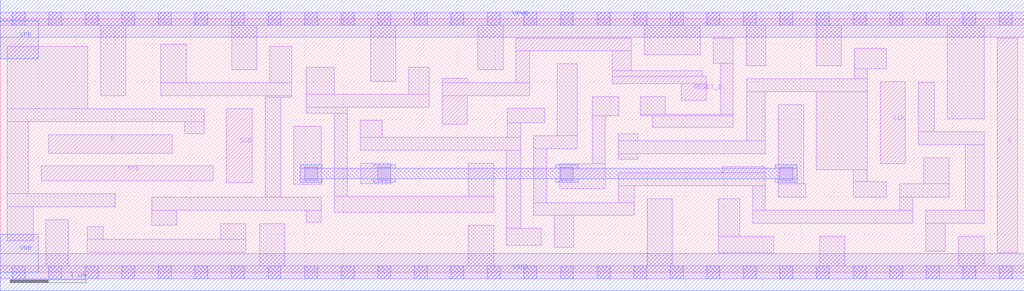
<source format=lef>
# Copyright 2020 The SkyWater PDK Authors
#
# Licensed under the Apache License, Version 2.0 (the "License");
# you may not use this file except in compliance with the License.
# You may obtain a copy of the License at
#
#     https://www.apache.org/licenses/LICENSE-2.0
#
# Unless required by applicable law or agreed to in writing, software
# distributed under the License is distributed on an "AS IS" BASIS,
# WITHOUT WARRANTIES OR CONDITIONS OF ANY KIND, either express or implied.
# See the License for the specific language governing permissions and
# limitations under the License.
#
# SPDX-License-Identifier: Apache-2.0

VERSION 5.5 ;
NAMESCASESENSITIVE ON ;
BUSBITCHARS "[]" ;
DIVIDERCHAR "/" ;
MACRO sky130_fd_sc_lp__sdfrtp_1
  CLASS CORE ;
  SOURCE USER ;
  ORIGIN  0.000000  0.000000 ;
  SIZE  13.44000 BY  3.330000 ;
  SYMMETRY X Y R90 ;
  SITE unit ;
  PIN D
    ANTENNAGATEAREA  0.159000 ;
    DIRECTION INPUT ;
    USE SIGNAL ;
    PORT
      LAYER li1 ;
        RECT 0.635000 1.565000 2.255000 1.805000 ;
    END
  END D
  PIN Q
    ANTENNADIFFAREA  0.556500 ;
    DIRECTION OUTPUT ;
    USE SIGNAL ;
    PORT
      LAYER li1 ;
        RECT 13.085000 0.255000 13.355000 3.075000 ;
    END
  END Q
  PIN RESET_B
    ANTENNAGATEAREA  0.411000 ;
    DIRECTION INPUT ;
    USE SIGNAL ;
    PORT
      LAYER li1 ;
        RECT 5.800000 1.940000 6.130000 2.320000 ;
        RECT 5.800000 2.320000 6.950000 2.490000 ;
        RECT 5.800000 2.490000 6.130000 2.545000 ;
        RECT 6.770000 2.490000 6.950000 2.905000 ;
        RECT 6.770000 2.905000 8.285000 3.075000 ;
        RECT 8.035000 2.475000 9.270000 2.570000 ;
        RECT 8.035000 2.570000 9.215000 2.645000 ;
        RECT 8.035000 2.645000 8.285000 2.905000 ;
        RECT 8.940000 2.255000 9.270000 2.475000 ;
    END
  END RESET_B
  PIN SCD
    ANTENNAGATEAREA  0.159000 ;
    DIRECTION INPUT ;
    USE SIGNAL ;
    PORT
      LAYER li1 ;
        RECT 2.965000 1.175000 3.310000 2.145000 ;
    END
  END SCD
  PIN SCE
    ANTENNAGATEAREA  0.318000 ;
    DIRECTION INPUT ;
    USE SIGNAL ;
    PORT
      LAYER li1 ;
        RECT 0.540000 1.200000 2.795000 1.395000 ;
    END
  END SCE
  PIN CLK
    ANTENNAGATEAREA  0.315000 ;
    DIRECTION INPUT ;
    USE CLOCK ;
    PORT
      LAYER li1 ;
        RECT 11.550000 1.425000 11.880000 2.500000 ;
    END
  END CLK
  PIN VGND
    DIRECTION INOUT ;
    USE GROUND ;
    PORT
      LAYER met1 ;
        RECT 0.000000 -0.245000 13.440000 0.245000 ;
    END
  END VGND
  PIN VNB
    DIRECTION INOUT ;
    USE GROUND ;
    PORT
      LAYER met1 ;
        RECT 0.000000 0.000000 0.500000 0.500000 ;
    END
  END VNB
  PIN VPB
    DIRECTION INOUT ;
    USE POWER ;
    PORT
      LAYER met1 ;
        RECT 0.000000 2.800000 0.500000 3.300000 ;
    END
  END VPB
  PIN VPWR
    DIRECTION INOUT ;
    USE POWER ;
    PORT
      LAYER met1 ;
        RECT 0.000000 3.085000 13.440000 3.575000 ;
    END
  END VPWR
  OBS
    LAYER li1 ;
      RECT  0.000000 -0.085000 13.440000 0.085000 ;
      RECT  0.000000  3.245000 13.440000 3.415000 ;
      RECT  0.090000  0.415000  0.430000 0.860000 ;
      RECT  0.090000  0.860000  1.510000 1.030000 ;
      RECT  0.090000  1.030000  0.370000 1.975000 ;
      RECT  0.090000  1.975000  2.675000 2.145000 ;
      RECT  0.090000  2.145000  1.150000 2.965000 ;
      RECT  0.600000  0.085000  0.895000 0.690000 ;
      RECT  1.145000  0.265000  3.225000 0.435000 ;
      RECT  1.145000  0.435000  1.355000 0.595000 ;
      RECT  1.320000  2.315000  1.650000 3.245000 ;
      RECT  1.990000  0.615000  2.320000 0.815000 ;
      RECT  1.990000  0.815000  4.215000 0.985000 ;
      RECT  2.110000  2.315000  3.825000 2.485000 ;
      RECT  2.110000  2.485000  2.440000 2.995000 ;
      RECT  2.425000  1.815000  2.675000 1.975000 ;
      RECT  2.895000  0.435000  3.225000 0.635000 ;
      RECT  3.040000  2.655000  3.370000 3.245000 ;
      RECT  3.405000  0.085000  3.735000 0.635000 ;
      RECT  3.480000  0.985000  3.685000 2.295000 ;
      RECT  3.480000  2.295000  3.825000 2.315000 ;
      RECT  3.540000  2.485000  3.825000 2.965000 ;
      RECT  3.855000  1.155000  4.215000 1.915000 ;
      RECT  4.015000  0.655000  4.215000 0.815000 ;
      RECT  4.020000  2.085000  4.555000 2.165000 ;
      RECT  4.020000  2.165000  5.630000 2.335000 ;
      RECT  4.020000  2.335000  4.385000 2.690000 ;
      RECT  4.385000  0.785000  6.475000 0.995000 ;
      RECT  4.385000  0.995000  4.555000 2.085000 ;
      RECT  4.725000  1.600000  6.835000 1.770000 ;
      RECT  4.725000  1.770000  5.015000 1.995000 ;
      RECT  4.735000  1.165000  5.125000 1.430000 ;
      RECT  4.865000  2.505000  5.195000 3.245000 ;
      RECT  5.365000  2.335000  5.630000 2.690000 ;
      RECT  6.145000  0.085000  6.475000 0.615000 ;
      RECT  6.145000  0.995000  6.475000 1.430000 ;
      RECT  6.270000  2.660000  6.600000 3.245000 ;
      RECT  6.645000  0.355000  7.100000 0.575000 ;
      RECT  6.645000  0.575000  6.835000 1.600000 ;
      RECT  6.655000  1.770000  6.835000 1.960000 ;
      RECT  6.655000  1.960000  7.145000 2.150000 ;
      RECT  7.005000  0.745000  8.320000 0.915000 ;
      RECT  7.005000  0.915000  7.175000 1.620000 ;
      RECT  7.005000  1.620000  7.575000 1.790000 ;
      RECT  7.270000  0.325000  7.530000 0.745000 ;
      RECT  7.315000  1.790000  7.575000 2.735000 ;
      RECT  7.345000  1.095000  7.940000 1.425000 ;
      RECT  7.770000  1.425000  7.940000 2.055000 ;
      RECT  7.770000  2.055000  8.120000 2.305000 ;
      RECT  8.110000  0.915000  8.320000 1.135000 ;
      RECT  8.110000  1.135000 10.045000 1.305000 ;
      RECT  8.110000  1.485000  8.370000 1.555000 ;
      RECT  8.110000  1.555000 10.045000 1.725000 ;
      RECT  8.110000  1.725000  8.370000 1.815000 ;
      RECT  8.400000  2.055000  9.620000 2.075000 ;
      RECT  8.400000  2.075000  8.730000 2.305000 ;
      RECT  8.455000  2.855000  9.190000 3.245000 ;
      RECT  8.490000  0.085000  8.820000 0.965000 ;
      RECT  8.560000  1.905000  9.620000 2.055000 ;
      RECT  9.360000  2.745000  9.620000 3.075000 ;
      RECT  9.425000  0.255000 10.155000 0.475000 ;
      RECT  9.425000  0.475000  9.705000 0.965000 ;
      RECT  9.450000  2.075000  9.620000 2.745000 ;
      RECT  9.480000  1.305000 10.045000 1.385000 ;
      RECT  9.790000  2.710000 10.050000 3.245000 ;
      RECT  9.800000  1.725000 10.045000 2.370000 ;
      RECT  9.800000  2.370000 11.380000 2.540000 ;
      RECT  9.875000  0.645000 11.980000 0.815000 ;
      RECT  9.875000  0.815000 10.045000 1.135000 ;
      RECT 10.215000  0.985000 10.575000 1.165000 ;
      RECT 10.215000  1.165000 10.545000 2.200000 ;
      RECT 10.715000  1.345000 11.380000 2.370000 ;
      RECT 10.715000  2.710000 11.040000 3.245000 ;
      RECT 10.755000  0.085000 11.085000 0.475000 ;
      RECT 11.200000  0.985000 11.630000 1.185000 ;
      RECT 11.200000  1.185000 11.380000 1.345000 ;
      RECT 11.210000  2.540000 11.380000 2.670000 ;
      RECT 11.210000  2.670000 11.630000 2.940000 ;
      RECT 11.810000  0.815000 11.980000 0.985000 ;
      RECT 11.810000  0.985000 12.455000 1.165000 ;
      RECT 12.050000  1.675000 12.915000 1.845000 ;
      RECT 12.050000  1.845000 12.260000 2.495000 ;
      RECT 12.125000  1.165000 12.455000 1.505000 ;
      RECT 12.150000  0.275000 12.405000 0.645000 ;
      RECT 12.150000  0.645000 12.915000 0.815000 ;
      RECT 12.430000  2.015000 12.915000 3.245000 ;
      RECT 12.575000  0.085000 12.915000 0.475000 ;
      RECT 12.665000  0.815000 12.915000 1.675000 ;
    LAYER mcon ;
      RECT  0.155000 -0.085000  0.325000 0.085000 ;
      RECT  0.155000  3.245000  0.325000 3.415000 ;
      RECT  0.635000 -0.085000  0.805000 0.085000 ;
      RECT  0.635000  3.245000  0.805000 3.415000 ;
      RECT  1.115000 -0.085000  1.285000 0.085000 ;
      RECT  1.115000  3.245000  1.285000 3.415000 ;
      RECT  1.595000 -0.085000  1.765000 0.085000 ;
      RECT  1.595000  3.245000  1.765000 3.415000 ;
      RECT  2.075000 -0.085000  2.245000 0.085000 ;
      RECT  2.075000  3.245000  2.245000 3.415000 ;
      RECT  2.555000 -0.085000  2.725000 0.085000 ;
      RECT  2.555000  3.245000  2.725000 3.415000 ;
      RECT  3.035000 -0.085000  3.205000 0.085000 ;
      RECT  3.035000  3.245000  3.205000 3.415000 ;
      RECT  3.515000 -0.085000  3.685000 0.085000 ;
      RECT  3.515000  3.245000  3.685000 3.415000 ;
      RECT  3.995000 -0.085000  4.165000 0.085000 ;
      RECT  3.995000  1.210000  4.165000 1.380000 ;
      RECT  3.995000  3.245000  4.165000 3.415000 ;
      RECT  4.475000 -0.085000  4.645000 0.085000 ;
      RECT  4.475000  3.245000  4.645000 3.415000 ;
      RECT  4.955000 -0.085000  5.125000 0.085000 ;
      RECT  4.955000  1.210000  5.125000 1.380000 ;
      RECT  4.955000  3.245000  5.125000 3.415000 ;
      RECT  5.435000 -0.085000  5.605000 0.085000 ;
      RECT  5.435000  3.245000  5.605000 3.415000 ;
      RECT  5.915000 -0.085000  6.085000 0.085000 ;
      RECT  5.915000  3.245000  6.085000 3.415000 ;
      RECT  6.395000 -0.085000  6.565000 0.085000 ;
      RECT  6.395000  3.245000  6.565000 3.415000 ;
      RECT  6.875000 -0.085000  7.045000 0.085000 ;
      RECT  6.875000  3.245000  7.045000 3.415000 ;
      RECT  7.355000 -0.085000  7.525000 0.085000 ;
      RECT  7.355000  1.210000  7.525000 1.380000 ;
      RECT  7.355000  3.245000  7.525000 3.415000 ;
      RECT  7.835000 -0.085000  8.005000 0.085000 ;
      RECT  7.835000  3.245000  8.005000 3.415000 ;
      RECT  8.315000 -0.085000  8.485000 0.085000 ;
      RECT  8.315000  3.245000  8.485000 3.415000 ;
      RECT  8.795000 -0.085000  8.965000 0.085000 ;
      RECT  8.795000  3.245000  8.965000 3.415000 ;
      RECT  9.275000 -0.085000  9.445000 0.085000 ;
      RECT  9.275000  3.245000  9.445000 3.415000 ;
      RECT  9.755000 -0.085000  9.925000 0.085000 ;
      RECT  9.755000  3.245000  9.925000 3.415000 ;
      RECT 10.235000 -0.085000 10.405000 0.085000 ;
      RECT 10.235000  1.210000 10.405000 1.380000 ;
      RECT 10.235000  3.245000 10.405000 3.415000 ;
      RECT 10.715000 -0.085000 10.885000 0.085000 ;
      RECT 10.715000  3.245000 10.885000 3.415000 ;
      RECT 11.195000 -0.085000 11.365000 0.085000 ;
      RECT 11.195000  3.245000 11.365000 3.415000 ;
      RECT 11.675000 -0.085000 11.845000 0.085000 ;
      RECT 11.675000  3.245000 11.845000 3.415000 ;
      RECT 12.155000 -0.085000 12.325000 0.085000 ;
      RECT 12.155000  3.245000 12.325000 3.415000 ;
      RECT 12.635000 -0.085000 12.805000 0.085000 ;
      RECT 12.635000  3.245000 12.805000 3.415000 ;
      RECT 13.115000 -0.085000 13.285000 0.085000 ;
      RECT 13.115000  3.245000 13.285000 3.415000 ;
    LAYER met1 ;
      RECT  3.935000 1.180000  4.225000 1.225000 ;
      RECT  3.935000 1.225000 10.465000 1.365000 ;
      RECT  3.935000 1.365000  4.225000 1.410000 ;
      RECT  4.895000 1.180000  5.185000 1.225000 ;
      RECT  4.895000 1.365000  5.185000 1.410000 ;
      RECT  7.295000 1.180000  7.585000 1.225000 ;
      RECT  7.295000 1.365000  7.585000 1.410000 ;
      RECT 10.175000 1.180000 10.465000 1.225000 ;
      RECT 10.175000 1.365000 10.465000 1.410000 ;
  END
END sky130_fd_sc_lp__sdfrtp_1
END LIBRARY

</source>
